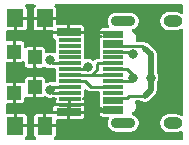
<source format=gbr>
%TF.GenerationSoftware,KiCad,Pcbnew,6.0.0-d3dd2cf0fa~116~ubuntu20.04.1*%
%TF.CreationDate,2022-01-22T11:47:10-08:00*%
%TF.ProjectId,usb-c-power-toggle,7573622d-632d-4706-9f77-65722d746f67,rev?*%
%TF.SameCoordinates,Original*%
%TF.FileFunction,Copper,L1,Top*%
%TF.FilePolarity,Positive*%
%FSLAX46Y46*%
G04 Gerber Fmt 4.6, Leading zero omitted, Abs format (unit mm)*
G04 Created by KiCad (PCBNEW 6.0.0-d3dd2cf0fa~116~ubuntu20.04.1) date 2022-01-22 11:47:10*
%MOMM*%
%LPD*%
G01*
G04 APERTURE LIST*
%TA.AperFunction,SMDPad,CuDef*%
%ADD10R,1.400000X1.500000*%
%TD*%
%TA.AperFunction,SMDPad,CuDef*%
%ADD11R,2.100000X0.650000*%
%TD*%
%TA.AperFunction,SMDPad,CuDef*%
%ADD12R,1.200000X1.200000*%
%TD*%
%TA.AperFunction,SMDPad,CuDef*%
%ADD13R,1.300000X1.500000*%
%TD*%
%TA.AperFunction,SMDPad,CuDef*%
%ADD14R,1.900000X0.350000*%
%TD*%
%TA.AperFunction,SMDPad,CuDef*%
%ADD15R,1.750000X0.300000*%
%TD*%
%TA.AperFunction,ComponentPad*%
%ADD16O,2.100000X0.900000*%
%TD*%
%TA.AperFunction,ComponentPad*%
%ADD17O,1.600000X1.000000*%
%TD*%
%TA.AperFunction,ViaPad*%
%ADD18C,0.800000*%
%TD*%
%TA.AperFunction,Conductor*%
%ADD19C,0.250000*%
%TD*%
%TA.AperFunction,Conductor*%
%ADD20C,0.500000*%
%TD*%
G04 APERTURE END LIST*
D10*
%TO.P,P1,S1,SHIELD*%
%TO.N,GND*%
X132555000Y-74950000D03*
X130055000Y-74950000D03*
D11*
X134555000Y-76100000D03*
X134555000Y-82900000D03*
D12*
X131705000Y-80750000D03*
D13*
X132555000Y-84050000D03*
D12*
X131705000Y-78250000D03*
X129955000Y-77750000D03*
X129955000Y-81250000D03*
D10*
X130055000Y-84050000D03*
D14*
%TO.P,P1,B12,GND*%
X134655000Y-81750000D03*
%TO.P,P1,B9,VBUS*%
%TO.N,/VBUS1*%
X134655000Y-81250000D03*
%TO.P,P1,B5,VCONN*%
%TO.N,/CC1*%
X134655000Y-78750000D03*
%TO.P,P1,B3*%
%TO.N,N/C*%
X134655000Y-78250000D03*
%TO.P,P1,B2*%
X134655000Y-76750000D03*
%TO.P,P1,A11*%
X134655000Y-77250000D03*
%TO.P,P1,A10*%
X134655000Y-77750000D03*
%TO.P,P1,A7,D-*%
%TO.N,/D_N*%
X134655000Y-79250000D03*
%TO.P,P1,A6,D+*%
%TO.N,/D_P*%
X134655000Y-79750000D03*
%TO.P,P1,A5,CC*%
%TO.N,/CC2*%
X134655000Y-80250000D03*
%TO.P,P1,A4,VBUS*%
%TO.N,/VBUS1*%
X134655000Y-80750000D03*
%TO.P,P1,A1,GND*%
%TO.N,GND*%
X134655000Y-82250000D03*
%TD*%
D15*
%TO.P,JP1,A12,GND*%
%TO.N,GND*%
X138350000Y-76150000D03*
%TO.P,JP1,B1,GND*%
X138350000Y-76450000D03*
%TO.P,JP1,B4,VBUS*%
%TO.N,/VBUS2*%
X138350000Y-77250000D03*
%TO.P,JP1,A9,VBUS*%
X138350000Y-76950000D03*
%TO.P,JP1,B9,VBUS*%
X138350000Y-81750000D03*
%TO.P,JP1,A4,VBUS*%
X138350000Y-82050000D03*
%TO.P,JP1,B12,GND*%
%TO.N,GND*%
X138350000Y-82550000D03*
%TO.P,JP1,A1,GND*%
X138350000Y-82850000D03*
%TO.P,JP1,A6,D1+*%
%TO.N,/D_P*%
X138350000Y-79750000D03*
%TO.P,JP1,A5,CC1*%
%TO.N,/CC2*%
X138350000Y-80750000D03*
%TO.P,JP1,B8,SBU2*%
%TO.N,unconnected-(JP1-PadB8)*%
X138350000Y-81250000D03*
%TO.P,JP1,B7,D2-*%
%TO.N,/D_N*%
X138350000Y-80250000D03*
%TO.P,JP1,B5,CC2*%
%TO.N,/CC1*%
X138350000Y-77750000D03*
%TO.P,JP1,A8,SUB1*%
%TO.N,unconnected-(JP1-PadA8)*%
X138350000Y-78250000D03*
%TO.P,JP1,B6,D2+*%
%TO.N,/D_P*%
X138350000Y-78750000D03*
%TO.P,JP1,A7,D1-*%
%TO.N,/D_N*%
X138350000Y-79250000D03*
D16*
%TO.P,JP1,S1*%
%TO.N,N/C*%
X139190000Y-75180000D03*
X139190000Y-83820000D03*
D17*
X143370000Y-75180000D03*
X143370000Y-83820000D03*
%TD*%
D18*
%TO.N,/VBUS1*%
X133000000Y-81000000D03*
%TO.N,/VBUS2*%
X141500000Y-80000000D03*
%TO.N,/CC1*%
X140000000Y-78000000D03*
X133000000Y-78500000D03*
%TO.N,/D_N*%
X136193978Y-79036831D03*
X140000000Y-80000000D03*
%TD*%
D19*
%TO.N,/VBUS1*%
X134655000Y-80750000D02*
X133250000Y-80750000D01*
X133250000Y-80750000D02*
X133000000Y-81000000D01*
X134655000Y-81250000D02*
X133250000Y-81250000D01*
X133250000Y-81250000D02*
X133000000Y-81000000D01*
D20*
%TO.N,/VBUS2*%
X141500000Y-81000000D02*
X141000000Y-81500000D01*
X141000000Y-77500000D02*
X141500000Y-78000000D01*
X141500000Y-78000000D02*
X141500000Y-81000000D01*
D19*
X138350000Y-81750000D02*
X138750000Y-81750000D01*
X139674022Y-81500000D02*
X141000000Y-81500000D01*
X138750000Y-81750000D02*
X138825489Y-81674511D01*
X139499511Y-81674511D02*
X139674022Y-81500000D01*
X138825489Y-81674511D02*
X139499511Y-81674511D01*
X141000000Y-81500000D02*
X141250000Y-81250000D01*
X138350000Y-77250000D02*
X138409521Y-77309521D01*
X138409521Y-77309521D02*
X140809521Y-77309521D01*
X140809521Y-77309521D02*
X141000000Y-77500000D01*
%TO.N,/CC1*%
X138350000Y-77750000D02*
X139750000Y-77750000D01*
X139750000Y-77750000D02*
X140000000Y-78000000D01*
X133000000Y-78500000D02*
X133250000Y-78750000D01*
X133250000Y-78750000D02*
X134655000Y-78750000D01*
%TO.N,/CC2*%
X138350000Y-80750000D02*
X136429022Y-80750000D01*
X136429022Y-80750000D02*
X135929022Y-80250000D01*
X135929022Y-80250000D02*
X134655000Y-80250000D01*
%TO.N,/D_P*%
X136918479Y-78845598D02*
X136918479Y-79336930D01*
X138350000Y-78750000D02*
X137014077Y-78750000D01*
X135882547Y-79750000D02*
X134655000Y-79750000D01*
X137014077Y-78750000D02*
X136918479Y-78845598D01*
%TO.N,/D_N*%
X135980809Y-79250000D02*
X134655000Y-79250000D01*
%TO.N,/D_P*%
X135893879Y-79761332D02*
X135882547Y-79750000D01*
X136918479Y-79336930D02*
X136494077Y-79761332D01*
X138338668Y-79761332D02*
X135893879Y-79761332D01*
X138350000Y-79750000D02*
X138338668Y-79761332D01*
X136494077Y-79761332D02*
X135893879Y-79761332D01*
%TO.N,/D_N*%
X136193978Y-79036831D02*
X135980809Y-79250000D01*
X138350000Y-80250000D02*
X139750000Y-80250000D01*
X139750000Y-80250000D02*
X140000000Y-80000000D01*
X138350000Y-79250000D02*
X139524022Y-79250000D01*
X139524022Y-79250000D02*
X140000000Y-79725978D01*
X140000000Y-79725978D02*
X140000000Y-80000000D01*
%TD*%
%TA.AperFunction,Conductor*%
%TO.N,GND*%
G36*
X131718053Y-73774002D02*
G01*
X131764546Y-73827658D01*
X131774650Y-73897932D01*
X131745156Y-73962512D01*
X131719933Y-73984766D01*
X131682191Y-74009984D01*
X131664983Y-74027192D01*
X131622632Y-74090575D01*
X131613316Y-74113066D01*
X131602207Y-74168915D01*
X131601000Y-74181170D01*
X131601000Y-74804885D01*
X131605475Y-74820124D01*
X131606865Y-74821329D01*
X131614548Y-74823000D01*
X133490884Y-74823000D01*
X133506123Y-74818525D01*
X133507328Y-74817135D01*
X133508999Y-74809452D01*
X133508999Y-74181172D01*
X133507791Y-74168912D01*
X133496685Y-74113069D01*
X133487367Y-74090573D01*
X133445017Y-74027192D01*
X133427809Y-74009984D01*
X133390067Y-73984766D01*
X133344539Y-73930289D01*
X133335690Y-73859846D01*
X133366331Y-73795801D01*
X133426733Y-73758490D01*
X133460068Y-73754000D01*
X144120000Y-73754000D01*
X144188121Y-73774002D01*
X144234614Y-73827658D01*
X144246000Y-73880000D01*
X144246000Y-74421105D01*
X144225998Y-74489226D01*
X144172342Y-74535719D01*
X144102068Y-74545823D01*
X144062701Y-74533323D01*
X143950516Y-74476038D01*
X143941304Y-74471334D01*
X143941302Y-74471333D01*
X143934788Y-74468007D01*
X143927682Y-74466268D01*
X143927679Y-74466267D01*
X143833553Y-74443235D01*
X143763892Y-74426189D01*
X143758290Y-74425841D01*
X143758287Y-74425841D01*
X143754725Y-74425620D01*
X143754716Y-74425620D01*
X143752786Y-74425500D01*
X143025947Y-74425500D01*
X142934050Y-74436214D01*
X142902518Y-74439890D01*
X142902516Y-74439890D01*
X142895246Y-74440738D01*
X142888369Y-74443234D01*
X142888366Y-74443235D01*
X142757297Y-74490811D01*
X142729866Y-74500768D01*
X142723749Y-74504778D01*
X142723746Y-74504780D01*
X142680213Y-74533322D01*
X142582732Y-74597234D01*
X142461736Y-74724960D01*
X142373368Y-74877096D01*
X142322370Y-75045480D01*
X142311476Y-75221080D01*
X142312716Y-75228296D01*
X142312716Y-75228298D01*
X142320967Y-75276317D01*
X142341271Y-75394477D01*
X142410156Y-75556368D01*
X142514437Y-75698071D01*
X142648520Y-75811982D01*
X142678307Y-75827192D01*
X142798695Y-75888666D01*
X142798700Y-75888668D01*
X142805212Y-75891993D01*
X142812318Y-75893732D01*
X142812321Y-75893733D01*
X142891330Y-75913066D01*
X142976108Y-75933811D01*
X142981710Y-75934159D01*
X142981713Y-75934159D01*
X142985275Y-75934380D01*
X142985284Y-75934380D01*
X142987214Y-75934500D01*
X143714053Y-75934500D01*
X143805950Y-75923786D01*
X143837482Y-75920110D01*
X143837484Y-75920110D01*
X143844754Y-75919262D01*
X143851631Y-75916766D01*
X143851634Y-75916765D01*
X144003255Y-75861729D01*
X144010134Y-75859232D01*
X144035976Y-75842289D01*
X144050915Y-75832495D01*
X144118851Y-75811872D01*
X144187151Y-75831252D01*
X144234132Y-75884482D01*
X144246000Y-75937867D01*
X144246000Y-83061105D01*
X144225998Y-83129226D01*
X144172342Y-83175719D01*
X144102068Y-83185823D01*
X144062701Y-83173323D01*
X143972360Y-83127192D01*
X143941304Y-83111334D01*
X143941302Y-83111333D01*
X143934788Y-83108007D01*
X143927682Y-83106268D01*
X143927679Y-83106267D01*
X143833553Y-83083235D01*
X143763892Y-83066189D01*
X143758290Y-83065841D01*
X143758287Y-83065841D01*
X143754725Y-83065620D01*
X143754716Y-83065620D01*
X143752786Y-83065500D01*
X143025947Y-83065500D01*
X142934050Y-83076214D01*
X142902518Y-83079890D01*
X142902516Y-83079890D01*
X142895246Y-83080738D01*
X142888369Y-83083234D01*
X142888366Y-83083235D01*
X142757297Y-83130811D01*
X142729866Y-83140768D01*
X142723749Y-83144778D01*
X142723746Y-83144780D01*
X142680997Y-83172808D01*
X142582732Y-83237234D01*
X142461736Y-83364960D01*
X142373368Y-83517096D01*
X142322370Y-83685480D01*
X142311476Y-83861080D01*
X142312716Y-83868296D01*
X142312716Y-83868298D01*
X142322116Y-83923000D01*
X142341271Y-84034477D01*
X142410156Y-84196368D01*
X142514437Y-84338071D01*
X142648520Y-84451982D01*
X142686258Y-84471252D01*
X142798695Y-84528666D01*
X142798700Y-84528668D01*
X142805212Y-84531993D01*
X142812318Y-84533732D01*
X142812321Y-84533733D01*
X142893710Y-84553648D01*
X142976108Y-84573811D01*
X142981710Y-84574159D01*
X142981713Y-84574159D01*
X142985275Y-84574380D01*
X142985284Y-84574380D01*
X142987214Y-84574500D01*
X143714053Y-84574500D01*
X143805950Y-84563786D01*
X143837482Y-84560110D01*
X143837484Y-84560110D01*
X143844754Y-84559262D01*
X143851631Y-84556766D01*
X143851634Y-84556765D01*
X144003255Y-84501729D01*
X144010134Y-84499232D01*
X144035976Y-84482289D01*
X144050915Y-84472495D01*
X144118851Y-84451872D01*
X144187151Y-84471252D01*
X144234132Y-84524482D01*
X144246000Y-84577867D01*
X144246000Y-85120000D01*
X144225998Y-85188121D01*
X144172342Y-85234614D01*
X144120000Y-85246000D01*
X133410068Y-85246000D01*
X133341947Y-85225998D01*
X133295454Y-85172342D01*
X133285350Y-85102068D01*
X133314844Y-85037488D01*
X133340067Y-85015234D01*
X133377809Y-84990016D01*
X133395017Y-84972808D01*
X133437368Y-84909425D01*
X133446684Y-84886934D01*
X133457793Y-84831085D01*
X133459000Y-84818830D01*
X133459000Y-84195115D01*
X133454525Y-84179876D01*
X133453135Y-84178671D01*
X133445452Y-84177000D01*
X131669116Y-84177000D01*
X131653877Y-84181475D01*
X131652672Y-84182865D01*
X131651001Y-84190548D01*
X131651001Y-84818828D01*
X131652209Y-84831088D01*
X131663315Y-84886931D01*
X131672633Y-84909427D01*
X131714983Y-84972808D01*
X131732191Y-84990016D01*
X131769933Y-85015234D01*
X131815461Y-85069711D01*
X131824310Y-85140154D01*
X131793669Y-85204199D01*
X131733267Y-85241510D01*
X131699932Y-85246000D01*
X130960068Y-85246000D01*
X130891947Y-85225998D01*
X130845454Y-85172342D01*
X130835350Y-85102068D01*
X130864844Y-85037488D01*
X130890067Y-85015234D01*
X130927809Y-84990016D01*
X130945017Y-84972808D01*
X130987368Y-84909425D01*
X130996684Y-84886934D01*
X131007793Y-84831085D01*
X131009000Y-84818830D01*
X131009000Y-84195115D01*
X131004525Y-84179876D01*
X131003135Y-84178671D01*
X130995452Y-84177000D01*
X130054000Y-84177000D01*
X129985879Y-84156998D01*
X129939386Y-84103342D01*
X129928000Y-84051000D01*
X129928000Y-83904885D01*
X130182000Y-83904885D01*
X130186475Y-83920124D01*
X130187865Y-83921329D01*
X130195548Y-83923000D01*
X130990884Y-83923000D01*
X131006123Y-83918525D01*
X131007328Y-83917135D01*
X131008999Y-83909452D01*
X131008999Y-83904885D01*
X131651000Y-83904885D01*
X131655475Y-83920124D01*
X131656865Y-83921329D01*
X131664548Y-83923000D01*
X132409885Y-83923000D01*
X132425124Y-83918525D01*
X132426329Y-83917135D01*
X132428000Y-83909452D01*
X132428000Y-83904885D01*
X132682000Y-83904885D01*
X132686475Y-83920124D01*
X132687865Y-83921329D01*
X132695548Y-83923000D01*
X133440884Y-83923000D01*
X133456123Y-83918525D01*
X133457328Y-83917135D01*
X133458999Y-83909452D01*
X133458999Y-83605000D01*
X133479001Y-83536879D01*
X133532657Y-83490386D01*
X133584999Y-83479000D01*
X134409885Y-83479000D01*
X134425124Y-83474525D01*
X134426329Y-83473135D01*
X134428000Y-83465452D01*
X134428000Y-83460884D01*
X134682000Y-83460884D01*
X134686475Y-83476123D01*
X134687865Y-83477328D01*
X134695548Y-83478999D01*
X135623828Y-83478999D01*
X135636088Y-83477791D01*
X135691931Y-83466685D01*
X135714427Y-83457367D01*
X135777808Y-83415017D01*
X135795017Y-83397808D01*
X135837368Y-83334425D01*
X135846684Y-83311934D01*
X135857793Y-83256085D01*
X135859000Y-83243830D01*
X135859000Y-83045115D01*
X135854525Y-83029876D01*
X135853135Y-83028671D01*
X135845452Y-83027000D01*
X134700115Y-83027000D01*
X134684876Y-83031475D01*
X134683671Y-83032865D01*
X134682000Y-83040548D01*
X134682000Y-83460884D01*
X134428000Y-83460884D01*
X134428000Y-83045115D01*
X134423525Y-83029876D01*
X134422135Y-83028671D01*
X134414452Y-83027000D01*
X133269116Y-83027000D01*
X133221791Y-83040896D01*
X133186293Y-83046000D01*
X132700115Y-83046000D01*
X132684876Y-83050475D01*
X132683671Y-83051865D01*
X132682000Y-83059548D01*
X132682000Y-83904885D01*
X132428000Y-83904885D01*
X132428000Y-83064116D01*
X132423525Y-83048877D01*
X132422135Y-83047672D01*
X132414452Y-83046001D01*
X131886172Y-83046001D01*
X131873912Y-83047209D01*
X131818069Y-83058315D01*
X131795573Y-83067633D01*
X131732192Y-83109983D01*
X131714983Y-83127192D01*
X131672632Y-83190575D01*
X131663316Y-83213066D01*
X131652207Y-83268915D01*
X131651000Y-83281170D01*
X131651000Y-83904885D01*
X131008999Y-83904885D01*
X131008999Y-83281172D01*
X131007791Y-83268912D01*
X130996685Y-83213069D01*
X130987367Y-83190573D01*
X130945017Y-83127192D01*
X130927808Y-83109983D01*
X130864425Y-83067632D01*
X130841934Y-83058316D01*
X130786085Y-83047207D01*
X130773830Y-83046000D01*
X130200115Y-83046000D01*
X130184876Y-83050475D01*
X130183671Y-83051865D01*
X130182000Y-83059548D01*
X130182000Y-83904885D01*
X129928000Y-83904885D01*
X129928000Y-83064116D01*
X129923525Y-83048877D01*
X129922135Y-83047672D01*
X129914452Y-83046001D01*
X129380000Y-83046001D01*
X129311879Y-83025999D01*
X129265386Y-82972343D01*
X129254000Y-82920001D01*
X129254000Y-82754885D01*
X133251000Y-82754885D01*
X133255475Y-82770124D01*
X133256865Y-82771329D01*
X133264548Y-82773000D01*
X134409885Y-82773000D01*
X134425124Y-82768525D01*
X134426329Y-82767135D01*
X134428000Y-82759452D01*
X134428000Y-82754885D01*
X134682000Y-82754885D01*
X134686475Y-82770124D01*
X134687865Y-82771329D01*
X134695548Y-82773000D01*
X135840884Y-82773000D01*
X135856123Y-82768525D01*
X135857328Y-82767135D01*
X135858999Y-82759452D01*
X135858999Y-82556176D01*
X135857791Y-82543905D01*
X135853947Y-82524579D01*
X135853947Y-82475418D01*
X135857793Y-82456083D01*
X135859000Y-82443829D01*
X135859000Y-82395115D01*
X135854525Y-82379876D01*
X135853135Y-82378671D01*
X135845452Y-82377000D01*
X134800115Y-82377000D01*
X134784876Y-82381475D01*
X134783671Y-82382865D01*
X134782000Y-82390548D01*
X134782000Y-82600634D01*
X134761998Y-82668755D01*
X134708342Y-82715248D01*
X134691499Y-82721530D01*
X134684876Y-82723475D01*
X134683671Y-82724865D01*
X134682000Y-82732548D01*
X134682000Y-82754885D01*
X134428000Y-82754885D01*
X134428000Y-82395115D01*
X134423525Y-82379876D01*
X134422135Y-82378671D01*
X134414452Y-82377000D01*
X133498993Y-82377000D01*
X133430872Y-82356998D01*
X133416478Y-82346222D01*
X133414170Y-82344222D01*
X133409455Y-82336885D01*
X133395571Y-82342635D01*
X133332192Y-82384983D01*
X133314983Y-82402192D01*
X133272632Y-82465575D01*
X133263316Y-82488066D01*
X133252207Y-82543915D01*
X133251000Y-82556170D01*
X133251000Y-82754885D01*
X129254000Y-82754885D01*
X129254000Y-82230000D01*
X129274002Y-82161879D01*
X129327658Y-82115386D01*
X129380000Y-82104000D01*
X129809885Y-82104000D01*
X129825124Y-82099525D01*
X129826329Y-82098135D01*
X129828000Y-82090452D01*
X129828000Y-82085884D01*
X130082000Y-82085884D01*
X130086475Y-82101123D01*
X130087865Y-82102328D01*
X130095548Y-82103999D01*
X130573828Y-82103999D01*
X130586088Y-82102791D01*
X130641931Y-82091685D01*
X130664427Y-82082367D01*
X130727808Y-82040017D01*
X130745017Y-82022808D01*
X130787368Y-81959425D01*
X130796684Y-81936934D01*
X130807793Y-81881085D01*
X130809000Y-81868830D01*
X130809000Y-81693432D01*
X130829002Y-81625311D01*
X130882658Y-81578818D01*
X130952932Y-81568714D01*
X130983023Y-81580244D01*
X130984110Y-81577619D01*
X131018066Y-81591684D01*
X131073915Y-81602793D01*
X131086170Y-81604000D01*
X131559885Y-81604000D01*
X131575124Y-81599525D01*
X131576329Y-81598135D01*
X131578000Y-81590452D01*
X131578000Y-81585884D01*
X131832000Y-81585884D01*
X131836475Y-81601123D01*
X131837865Y-81602328D01*
X131845548Y-81603999D01*
X132323828Y-81603999D01*
X132336088Y-81602791D01*
X132391931Y-81591685D01*
X132414426Y-81582367D01*
X132480595Y-81538155D01*
X132548348Y-81516941D01*
X132615953Y-81535488D01*
X132618076Y-81537419D01*
X132757293Y-81613008D01*
X132910522Y-81653207D01*
X132994477Y-81654526D01*
X133061319Y-81655576D01*
X133061322Y-81655576D01*
X133068916Y-81655695D01*
X133166720Y-81633295D01*
X133201311Y-81631573D01*
X133201778Y-81631713D01*
X133255635Y-81629597D01*
X133260582Y-81629500D01*
X133435675Y-81629500D01*
X133503796Y-81649502D01*
X133550289Y-81703158D01*
X133560393Y-81773432D01*
X133530899Y-81838012D01*
X133471173Y-81876396D01*
X133453877Y-81881475D01*
X133452672Y-81882865D01*
X133451001Y-81890548D01*
X133451001Y-81943824D01*
X133452209Y-81956093D01*
X133456053Y-81975419D01*
X133456053Y-82024580D01*
X133452207Y-82043915D01*
X133451000Y-82056171D01*
X133451000Y-82104885D01*
X133455475Y-82120124D01*
X133455686Y-82120307D01*
X133462895Y-82131525D01*
X133478757Y-82124282D01*
X133496685Y-82123000D01*
X134509885Y-82123000D01*
X134525124Y-82118525D01*
X134526329Y-82117135D01*
X134528000Y-82109452D01*
X134528000Y-81895115D01*
X134514558Y-81849334D01*
X134509204Y-81841005D01*
X134509200Y-81770008D01*
X134547580Y-81710280D01*
X134612160Y-81680783D01*
X134630096Y-81679500D01*
X134657099Y-81679499D01*
X134683987Y-81679499D01*
X134752106Y-81699500D01*
X134798600Y-81753155D01*
X134808705Y-81823428D01*
X134785590Y-81874043D01*
X134782000Y-81890548D01*
X134782000Y-82104885D01*
X134786475Y-82120124D01*
X134787865Y-82121329D01*
X134795548Y-82123000D01*
X135840884Y-82123000D01*
X135856123Y-82118525D01*
X135857328Y-82117135D01*
X135858999Y-82109452D01*
X135858999Y-82056176D01*
X135857791Y-82043912D01*
X135853946Y-82024577D01*
X135853947Y-81975417D01*
X135857793Y-81956082D01*
X135859000Y-81943829D01*
X135859000Y-81895115D01*
X135854525Y-81879876D01*
X135853135Y-81878671D01*
X135845452Y-81877000D01*
X135801989Y-81877000D01*
X135733868Y-81856998D01*
X135687375Y-81803342D01*
X135677271Y-81733068D01*
X135706765Y-81668488D01*
X135731984Y-81646237D01*
X135734977Y-81644237D01*
X135804982Y-81623000D01*
X135840884Y-81623000D01*
X135856123Y-81618525D01*
X135857328Y-81617135D01*
X135858999Y-81609452D01*
X135858999Y-81556176D01*
X135857791Y-81543905D01*
X135854202Y-81525861D01*
X135854202Y-81476701D01*
X135858293Y-81456135D01*
X135859500Y-81450067D01*
X135859499Y-81049934D01*
X135857907Y-81041930D01*
X135858000Y-81040897D01*
X135857685Y-81037703D01*
X135858291Y-81037643D01*
X135864234Y-80971217D01*
X135907788Y-80915149D01*
X135974740Y-80891529D01*
X136043834Y-80907855D01*
X136070581Y-80928253D01*
X136122544Y-80980216D01*
X136137686Y-80998964D01*
X136138801Y-81000189D01*
X136144451Y-81008940D01*
X136152629Y-81015387D01*
X136152631Y-81015389D01*
X136170822Y-81029729D01*
X136175263Y-81033675D01*
X136175325Y-81033602D01*
X136179289Y-81036961D01*
X136182966Y-81040638D01*
X136198714Y-81051892D01*
X136203384Y-81055398D01*
X136243669Y-81087156D01*
X136252303Y-81090188D01*
X136259756Y-81095514D01*
X136308872Y-81110203D01*
X136314514Y-81112036D01*
X136353259Y-81125642D01*
X136362873Y-81129018D01*
X136368438Y-81129500D01*
X136371146Y-81129500D01*
X136373780Y-81129614D01*
X136373878Y-81129643D01*
X136373871Y-81129807D01*
X136374575Y-81129851D01*
X136380800Y-81131713D01*
X136434657Y-81129597D01*
X136439604Y-81129500D01*
X137094500Y-81129500D01*
X137162621Y-81149502D01*
X137209114Y-81203158D01*
X137220500Y-81255499D01*
X137220501Y-81342454D01*
X137220501Y-81425066D01*
X137230516Y-81475419D01*
X137230516Y-81524579D01*
X137220500Y-81574933D01*
X137220501Y-81874929D01*
X137220500Y-81874933D01*
X137220501Y-82225066D01*
X137230771Y-82276701D01*
X137230771Y-82325861D01*
X137222207Y-82368915D01*
X137221000Y-82381170D01*
X137221000Y-82404885D01*
X137225475Y-82420124D01*
X137226865Y-82421329D01*
X137234548Y-82423000D01*
X137316563Y-82423000D01*
X137364776Y-82432589D01*
X137365381Y-82432839D01*
X137375699Y-82439734D01*
X137376086Y-82439811D01*
X137424888Y-82479135D01*
X137447312Y-82546497D01*
X137429756Y-82615289D01*
X137377796Y-82663670D01*
X137321392Y-82677000D01*
X137239115Y-82677000D01*
X137223876Y-82681475D01*
X137222671Y-82682865D01*
X137221000Y-82690548D01*
X137221000Y-82704885D01*
X137225475Y-82720124D01*
X137226865Y-82721329D01*
X137234548Y-82723000D01*
X138204885Y-82723000D01*
X138220124Y-82718525D01*
X138221329Y-82717135D01*
X138223000Y-82709452D01*
X138223000Y-82695115D01*
X138218525Y-82679876D01*
X138213733Y-82675723D01*
X138175350Y-82615997D01*
X138175350Y-82545000D01*
X138213734Y-82485274D01*
X138278315Y-82455781D01*
X138296239Y-82454499D01*
X138351002Y-82454499D01*
X138419121Y-82474501D01*
X138465614Y-82528157D01*
X138477000Y-82580499D01*
X138477000Y-82868000D01*
X138456998Y-82936121D01*
X138403342Y-82982614D01*
X138351000Y-82994000D01*
X138281821Y-82994000D01*
X138248819Y-82984310D01*
X138248559Y-82985507D01*
X138209452Y-82977000D01*
X137239116Y-82977000D01*
X137223877Y-82981475D01*
X137222672Y-82982865D01*
X137221001Y-82990548D01*
X137221001Y-83018828D01*
X137222209Y-83031088D01*
X137233315Y-83086931D01*
X137242633Y-83109427D01*
X137284983Y-83172808D01*
X137302192Y-83190017D01*
X137365575Y-83232368D01*
X137388066Y-83241684D01*
X137443915Y-83252793D01*
X137456170Y-83254000D01*
X137883201Y-83254000D01*
X137951322Y-83274002D01*
X137997815Y-83327658D01*
X138007919Y-83397932D01*
X137994557Y-83438955D01*
X137927462Y-83565676D01*
X137925612Y-83573041D01*
X137917585Y-83605000D01*
X137885922Y-83731054D01*
X137885882Y-83738653D01*
X137885882Y-83738655D01*
X137885511Y-83809571D01*
X137885029Y-83901568D01*
X137924835Y-84067373D01*
X138003042Y-84218896D01*
X138115135Y-84347391D01*
X138254643Y-84445438D01*
X138320853Y-84471252D01*
X138406431Y-84504618D01*
X138406434Y-84504619D01*
X138413511Y-84507378D01*
X138421044Y-84508370D01*
X138421045Y-84508370D01*
X138539477Y-84523962D01*
X138539478Y-84523962D01*
X138543564Y-84524500D01*
X139832756Y-84524500D01*
X139959281Y-84509189D01*
X140118789Y-84448916D01*
X140130206Y-84441069D01*
X140253057Y-84356636D01*
X140253058Y-84356635D01*
X140259316Y-84352334D01*
X140297837Y-84309099D01*
X140367695Y-84230693D01*
X140367697Y-84230690D01*
X140372748Y-84225021D01*
X140387919Y-84196368D01*
X140448984Y-84081037D01*
X140448985Y-84081035D01*
X140452538Y-84074324D01*
X140454388Y-84066959D01*
X140492227Y-83916317D01*
X140492227Y-83916313D01*
X140494078Y-83908946D01*
X140494157Y-83893974D01*
X140494931Y-83746026D01*
X140494971Y-83738432D01*
X140491430Y-83723683D01*
X140456937Y-83580006D01*
X140456936Y-83580002D01*
X140455165Y-83572627D01*
X140376958Y-83421104D01*
X140333504Y-83371291D01*
X140269861Y-83298336D01*
X140264865Y-83292609D01*
X140125357Y-83194562D01*
X139972601Y-83135005D01*
X139916400Y-83091624D01*
X139892573Y-83024745D01*
X139908686Y-82955601D01*
X139959624Y-82906145D01*
X139970151Y-82901204D01*
X139974618Y-82899354D01*
X139974622Y-82899352D01*
X139982250Y-82896192D01*
X140103304Y-82803304D01*
X140196192Y-82682250D01*
X140254584Y-82541280D01*
X140274500Y-82390000D01*
X140254584Y-82238720D01*
X140196192Y-82097750D01*
X140191164Y-82091197D01*
X140191162Y-82091194D01*
X140184264Y-82082204D01*
X140158663Y-82015984D01*
X140172927Y-81946435D01*
X140222528Y-81895639D01*
X140284226Y-81879500D01*
X140616656Y-81879500D01*
X140684777Y-81899502D01*
X140686930Y-81901007D01*
X140691844Y-81905982D01*
X140699690Y-81910340D01*
X140810325Y-81971793D01*
X140810327Y-81971794D01*
X140818175Y-81976153D01*
X140874142Y-81988817D01*
X140950368Y-82006065D01*
X140950370Y-82006065D01*
X140959124Y-82008046D01*
X141012103Y-82004759D01*
X141094401Y-81999654D01*
X141094403Y-81999654D01*
X141103359Y-81999098D01*
X141239284Y-81950028D01*
X141246529Y-81944735D01*
X141246533Y-81944733D01*
X141325010Y-81887401D01*
X141328944Y-81884527D01*
X141806794Y-81406677D01*
X141816234Y-81399135D01*
X141815911Y-81398755D01*
X141822747Y-81392937D01*
X141830339Y-81388147D01*
X141865672Y-81348140D01*
X141871017Y-81342454D01*
X141882351Y-81331120D01*
X141885038Y-81327534D01*
X141885043Y-81327529D01*
X141888557Y-81322841D01*
X141894938Y-81315003D01*
X141920058Y-81286559D01*
X141926001Y-81279830D01*
X141929816Y-81271705D01*
X141931669Y-81268884D01*
X141940077Y-81254888D01*
X141941686Y-81251950D01*
X141947071Y-81244764D01*
X141963544Y-81200822D01*
X141967471Y-81191501D01*
X141983602Y-81157144D01*
X141983602Y-81157143D01*
X141987417Y-81149018D01*
X141988798Y-81140147D01*
X141989783Y-81136925D01*
X141993923Y-81121142D01*
X141994645Y-81117858D01*
X141997798Y-81109448D01*
X142001276Y-81062643D01*
X142002430Y-81052595D01*
X142002845Y-81049934D01*
X142004500Y-81039303D01*
X142004500Y-81023934D01*
X142004847Y-81014596D01*
X142007843Y-80974284D01*
X142007843Y-80974283D01*
X142008508Y-80965333D01*
X142006635Y-80956558D01*
X142006043Y-80947874D01*
X142004500Y-80933258D01*
X142004500Y-80460144D01*
X142028176Y-80386620D01*
X142077755Y-80317624D01*
X142136842Y-80170641D01*
X142154885Y-80043863D01*
X142158581Y-80017891D01*
X142158581Y-80017888D01*
X142159162Y-80013807D01*
X142159307Y-80000000D01*
X142140276Y-79842733D01*
X142084280Y-79694546D01*
X142026660Y-79610708D01*
X142004500Y-79539341D01*
X142004500Y-78070625D01*
X142005841Y-78058620D01*
X142005345Y-78058580D01*
X142006065Y-78049633D01*
X142008046Y-78040877D01*
X142004742Y-77987619D01*
X142004500Y-77979817D01*
X142004500Y-77963774D01*
X142003406Y-77956132D01*
X142003034Y-77953536D01*
X142002004Y-77943481D01*
X141999654Y-77905601D01*
X141999654Y-77905599D01*
X141999098Y-77896642D01*
X141996051Y-77888201D01*
X141995372Y-77884923D01*
X141991416Y-77869055D01*
X141990473Y-77865831D01*
X141989201Y-77856948D01*
X141985487Y-77848779D01*
X141985485Y-77848773D01*
X141969775Y-77814221D01*
X141965961Y-77804852D01*
X141953077Y-77769163D01*
X141950028Y-77760716D01*
X141944731Y-77753466D01*
X141943154Y-77750499D01*
X141934907Y-77736386D01*
X141933102Y-77733563D01*
X141929388Y-77725395D01*
X141898753Y-77689842D01*
X141892475Y-77681936D01*
X141884527Y-77671056D01*
X141873665Y-77660194D01*
X141867307Y-77653347D01*
X141840915Y-77622718D01*
X141835056Y-77615918D01*
X141827521Y-77611034D01*
X141820949Y-77605301D01*
X141809545Y-77596074D01*
X141331120Y-77117649D01*
X141327534Y-77114962D01*
X141327530Y-77114958D01*
X141251947Y-77058313D01*
X141251946Y-77058312D01*
X141244764Y-77052930D01*
X141236363Y-77049780D01*
X141236360Y-77049779D01*
X141117849Y-77005351D01*
X141117846Y-77005350D01*
X141109448Y-77002202D01*
X141100503Y-77001537D01*
X141100502Y-77001537D01*
X141062956Y-76998747D01*
X141011595Y-76983509D01*
X141003056Y-76978815D01*
X140994874Y-76972365D01*
X140986240Y-76969333D01*
X140978787Y-76964007D01*
X140929671Y-76949318D01*
X140924029Y-76947485D01*
X140883154Y-76933131D01*
X140883153Y-76933131D01*
X140875670Y-76930503D01*
X140870105Y-76930021D01*
X140867397Y-76930021D01*
X140864763Y-76929907D01*
X140864665Y-76929878D01*
X140864672Y-76929714D01*
X140863968Y-76929670D01*
X140857743Y-76927808D01*
X140803886Y-76929924D01*
X140798939Y-76930021D01*
X140372461Y-76930021D01*
X140304340Y-76910019D01*
X140257847Y-76856363D01*
X140247743Y-76786089D01*
X140250754Y-76771413D01*
X140251426Y-76768903D01*
X140254584Y-76761280D01*
X140274500Y-76610000D01*
X140254584Y-76458720D01*
X140248416Y-76443828D01*
X140226747Y-76391516D01*
X140196192Y-76317750D01*
X140103304Y-76196696D01*
X139982250Y-76103808D01*
X139969100Y-76098361D01*
X139913820Y-76053811D01*
X139891401Y-75986448D01*
X139908961Y-75917657D01*
X139960924Y-75869279D01*
X139972783Y-75864087D01*
X140111686Y-75811600D01*
X140118789Y-75808916D01*
X140178856Y-75767633D01*
X140253057Y-75716636D01*
X140253058Y-75716635D01*
X140259316Y-75712334D01*
X140277280Y-75692172D01*
X140367695Y-75590693D01*
X140367697Y-75590690D01*
X140372748Y-75585021D01*
X140395192Y-75542632D01*
X140448984Y-75441037D01*
X140448985Y-75441035D01*
X140452538Y-75434324D01*
X140454388Y-75426959D01*
X140492227Y-75276317D01*
X140492227Y-75276313D01*
X140494078Y-75268946D01*
X140494157Y-75253974D01*
X140494931Y-75106026D01*
X140494971Y-75098432D01*
X140489826Y-75077000D01*
X140456937Y-74940006D01*
X140456936Y-74940002D01*
X140455165Y-74932627D01*
X140376958Y-74781104D01*
X140333504Y-74731291D01*
X140269861Y-74658336D01*
X140264865Y-74652609D01*
X140125357Y-74554562D01*
X139997673Y-74504780D01*
X139973569Y-74495382D01*
X139973566Y-74495381D01*
X139966489Y-74492622D01*
X139958956Y-74491630D01*
X139958955Y-74491630D01*
X139840523Y-74476038D01*
X139840522Y-74476038D01*
X139836436Y-74475500D01*
X138547244Y-74475500D01*
X138420719Y-74490811D01*
X138261211Y-74551084D01*
X138254953Y-74555385D01*
X138186334Y-74602546D01*
X138120684Y-74647666D01*
X138115632Y-74653336D01*
X138115631Y-74653337D01*
X138012305Y-74769307D01*
X138012303Y-74769310D01*
X138007252Y-74774979D01*
X138003697Y-74781692D01*
X138003697Y-74781693D01*
X137956533Y-74870771D01*
X137927462Y-74925676D01*
X137925612Y-74933041D01*
X137887979Y-75082865D01*
X137885922Y-75091054D01*
X137885882Y-75098653D01*
X137885882Y-75098655D01*
X137885511Y-75169571D01*
X137885029Y-75261568D01*
X137924835Y-75427373D01*
X137928316Y-75434117D01*
X137994430Y-75562211D01*
X138007899Y-75631918D01*
X137981544Y-75697842D01*
X137923731Y-75739051D01*
X137882464Y-75746001D01*
X137456172Y-75746001D01*
X137443912Y-75747209D01*
X137388069Y-75758315D01*
X137365573Y-75767633D01*
X137302192Y-75809983D01*
X137284983Y-75827192D01*
X137242632Y-75890575D01*
X137233316Y-75913066D01*
X137222207Y-75968915D01*
X137221000Y-75981170D01*
X137221000Y-76004885D01*
X137225475Y-76020124D01*
X137226865Y-76021329D01*
X137234548Y-76023000D01*
X138204885Y-76023000D01*
X138245399Y-76011104D01*
X138280897Y-76006000D01*
X138351000Y-76006000D01*
X138419121Y-76026002D01*
X138465614Y-76079658D01*
X138477000Y-76132000D01*
X138477000Y-76419500D01*
X138456998Y-76487621D01*
X138403342Y-76534114D01*
X138351000Y-76545500D01*
X138299351Y-76545500D01*
X138231230Y-76525498D01*
X138184737Y-76471842D01*
X138174633Y-76401568D01*
X138204126Y-76336988D01*
X138221329Y-76317135D01*
X138223000Y-76309452D01*
X138223000Y-76295115D01*
X138218525Y-76279876D01*
X138217135Y-76278671D01*
X138209452Y-76277000D01*
X137239115Y-76277000D01*
X137223876Y-76281475D01*
X137222671Y-76282865D01*
X137221000Y-76290548D01*
X137221000Y-76304885D01*
X137225475Y-76320124D01*
X137226865Y-76321329D01*
X137234548Y-76323000D01*
X137321392Y-76323000D01*
X137389513Y-76343002D01*
X137436006Y-76396658D01*
X137446110Y-76466932D01*
X137416616Y-76531512D01*
X137377141Y-76559979D01*
X137375699Y-76560266D01*
X137365380Y-76567161D01*
X137364786Y-76567407D01*
X137316564Y-76577000D01*
X137239116Y-76577000D01*
X137223877Y-76581475D01*
X137222672Y-76582865D01*
X137221001Y-76590548D01*
X137221001Y-76618828D01*
X137222208Y-76631085D01*
X137230771Y-76674136D01*
X137230771Y-76723297D01*
X137220500Y-76774933D01*
X137220500Y-76781120D01*
X137220501Y-76928217D01*
X137220501Y-77074929D01*
X137220500Y-77074933D01*
X137220501Y-77425066D01*
X137227446Y-77459983D01*
X137230516Y-77475419D01*
X137230516Y-77524577D01*
X137220500Y-77574933D01*
X137220501Y-77925066D01*
X137228200Y-77963774D01*
X137230516Y-77975419D01*
X137230516Y-78024577D01*
X137220500Y-78074933D01*
X137220501Y-78208971D01*
X137220501Y-78244499D01*
X137200499Y-78312620D01*
X137146844Y-78359113D01*
X137094501Y-78370500D01*
X137067997Y-78370500D01*
X137044049Y-78367951D01*
X137042384Y-78367872D01*
X137032201Y-78365680D01*
X137021860Y-78366904D01*
X136998854Y-78369627D01*
X136992923Y-78369977D01*
X136992931Y-78370072D01*
X136987753Y-78370500D01*
X136982553Y-78370500D01*
X136977424Y-78371354D01*
X136977421Y-78371354D01*
X136963512Y-78373669D01*
X136957634Y-78374506D01*
X136917076Y-78379306D01*
X136917075Y-78379306D01*
X136906736Y-78380530D01*
X136898484Y-78384493D01*
X136889451Y-78385996D01*
X136880282Y-78390943D01*
X136880280Y-78390944D01*
X136844345Y-78410334D01*
X136839052Y-78413031D01*
X136799995Y-78431785D01*
X136799991Y-78431788D01*
X136792845Y-78435219D01*
X136788569Y-78438814D01*
X136786646Y-78440737D01*
X136784714Y-78442509D01*
X136784635Y-78442552D01*
X136784522Y-78442428D01*
X136783982Y-78442904D01*
X136778263Y-78445990D01*
X136771194Y-78453637D01*
X136771193Y-78453638D01*
X136742854Y-78484294D01*
X136681926Y-78520739D01*
X136610966Y-78518458D01*
X136578421Y-78502231D01*
X136575929Y-78500499D01*
X136570253Y-78495442D01*
X136430252Y-78421315D01*
X136276611Y-78382723D01*
X136269012Y-78382683D01*
X136269011Y-78382683D01*
X136203159Y-78382338D01*
X136118199Y-78381893D01*
X136110817Y-78383665D01*
X136110811Y-78383666D01*
X136014915Y-78406689D01*
X135944007Y-78403143D01*
X135886273Y-78361824D01*
X135860042Y-78295850D01*
X135859500Y-78284172D01*
X135859499Y-78056127D01*
X135859499Y-78049934D01*
X135854456Y-78024577D01*
X135854457Y-77975419D01*
X135859500Y-77950067D01*
X135859499Y-77549934D01*
X135854456Y-77524577D01*
X135854457Y-77475419D01*
X135859500Y-77450067D01*
X135859499Y-77049934D01*
X135854456Y-77024577D01*
X135854457Y-76975420D01*
X135859500Y-76950067D01*
X135859499Y-76549934D01*
X135858292Y-76543866D01*
X135858291Y-76543855D01*
X135854202Y-76523298D01*
X135854202Y-76474138D01*
X135857793Y-76456085D01*
X135859000Y-76443829D01*
X135859000Y-76245115D01*
X135854525Y-76229876D01*
X135853135Y-76228671D01*
X135845452Y-76227000D01*
X133269116Y-76227000D01*
X133253877Y-76231475D01*
X133252672Y-76232865D01*
X133251001Y-76240548D01*
X133251001Y-76443828D01*
X133252209Y-76456088D01*
X133263315Y-76511931D01*
X133272633Y-76534427D01*
X133314983Y-76597808D01*
X133332192Y-76615017D01*
X133394502Y-76656651D01*
X133440030Y-76711128D01*
X133450500Y-76761415D01*
X133450501Y-76856363D01*
X133450501Y-76950066D01*
X133451708Y-76956135D01*
X133451709Y-76956145D01*
X133455543Y-76975420D01*
X133455543Y-77024579D01*
X133451708Y-77043862D01*
X133450500Y-77049933D01*
X133450501Y-77450066D01*
X133451708Y-77456135D01*
X133451709Y-77456145D01*
X133455543Y-77475420D01*
X133455543Y-77524579D01*
X133451708Y-77543862D01*
X133450500Y-77549933D01*
X133450501Y-77744112D01*
X133450501Y-77788625D01*
X133430499Y-77856746D01*
X133376844Y-77903239D01*
X133306570Y-77913344D01*
X133265544Y-77899981D01*
X133242990Y-77888040D01*
X133236274Y-77884484D01*
X133082633Y-77845892D01*
X133075034Y-77845852D01*
X133075033Y-77845852D01*
X133009181Y-77845507D01*
X132924221Y-77845062D01*
X132916841Y-77846834D01*
X132916839Y-77846834D01*
X132777563Y-77880271D01*
X132777560Y-77880272D01*
X132770184Y-77882043D01*
X132763440Y-77885524D01*
X132763437Y-77885525D01*
X132742790Y-77896182D01*
X132673083Y-77909652D01*
X132607159Y-77883298D01*
X132565949Y-77825486D01*
X132558999Y-77784217D01*
X132558999Y-77631172D01*
X132557791Y-77618912D01*
X132546685Y-77563069D01*
X132537367Y-77540573D01*
X132495017Y-77477192D01*
X132477808Y-77459983D01*
X132414425Y-77417632D01*
X132391934Y-77408316D01*
X132336085Y-77397207D01*
X132323830Y-77396000D01*
X131850115Y-77396000D01*
X131834876Y-77400475D01*
X131833671Y-77401865D01*
X131832000Y-77409548D01*
X131832000Y-79085884D01*
X131836475Y-79101123D01*
X131837865Y-79102328D01*
X131845548Y-79103999D01*
X132323828Y-79103999D01*
X132336088Y-79102791D01*
X132391931Y-79091685D01*
X132414426Y-79082367D01*
X132480595Y-79038155D01*
X132548348Y-79016941D01*
X132615953Y-79035488D01*
X132618076Y-79037419D01*
X132757293Y-79113008D01*
X132910522Y-79153207D01*
X132994477Y-79154526D01*
X133061319Y-79155576D01*
X133061322Y-79155576D01*
X133068916Y-79155695D01*
X133166720Y-79133295D01*
X133201311Y-79131573D01*
X133201778Y-79131713D01*
X133255635Y-79129597D01*
X133260582Y-79129500D01*
X133324500Y-79129500D01*
X133392621Y-79149502D01*
X133439114Y-79203158D01*
X133450500Y-79255499D01*
X133450501Y-79370706D01*
X133450501Y-79450066D01*
X133451708Y-79456135D01*
X133451709Y-79456145D01*
X133455543Y-79475420D01*
X133455543Y-79524579D01*
X133450500Y-79549933D01*
X133450501Y-79950066D01*
X133451708Y-79956135D01*
X133451709Y-79956145D01*
X133455543Y-79975420D01*
X133455543Y-80024579D01*
X133452362Y-80040573D01*
X133450500Y-80049933D01*
X133450501Y-80181184D01*
X133450501Y-80244499D01*
X133430499Y-80312620D01*
X133376844Y-80359113D01*
X133324501Y-80370500D01*
X133303920Y-80370500D01*
X133279973Y-80367951D01*
X133278307Y-80367872D01*
X133268124Y-80365680D01*
X133257782Y-80366904D01*
X133257779Y-80366904D01*
X133234787Y-80369626D01*
X133228845Y-80369977D01*
X133228853Y-80370072D01*
X133223674Y-80370500D01*
X133218476Y-80370500D01*
X133213352Y-80371353D01*
X133212081Y-80371458D01*
X133171009Y-80368090D01*
X133090004Y-80347743D01*
X133090000Y-80347743D01*
X133082633Y-80345892D01*
X133075033Y-80345852D01*
X133075032Y-80345852D01*
X133010232Y-80345513D01*
X132924221Y-80345062D01*
X132916841Y-80346834D01*
X132916839Y-80346834D01*
X132777563Y-80380271D01*
X132777560Y-80380272D01*
X132770184Y-80382043D01*
X132763440Y-80385524D01*
X132763437Y-80385525D01*
X132742790Y-80396182D01*
X132673083Y-80409652D01*
X132607159Y-80383298D01*
X132565949Y-80325486D01*
X132558999Y-80284217D01*
X132558999Y-80131172D01*
X132557791Y-80118912D01*
X132546685Y-80063069D01*
X132537367Y-80040573D01*
X132495017Y-79977192D01*
X132477808Y-79959983D01*
X132414425Y-79917632D01*
X132391934Y-79908316D01*
X132336085Y-79897207D01*
X132323830Y-79896000D01*
X131850115Y-79896000D01*
X131834876Y-79900475D01*
X131833671Y-79901865D01*
X131832000Y-79909548D01*
X131832000Y-81585884D01*
X131578000Y-81585884D01*
X131578000Y-79914116D01*
X131573525Y-79898877D01*
X131572135Y-79897672D01*
X131564452Y-79896001D01*
X131086172Y-79896001D01*
X131073912Y-79897209D01*
X131018069Y-79908315D01*
X130995573Y-79917633D01*
X130932192Y-79959983D01*
X130914983Y-79977192D01*
X130872632Y-80040575D01*
X130863316Y-80063066D01*
X130852207Y-80118915D01*
X130851000Y-80131170D01*
X130851000Y-80306568D01*
X130830998Y-80374689D01*
X130777342Y-80421182D01*
X130707068Y-80431286D01*
X130676977Y-80419756D01*
X130675890Y-80422381D01*
X130641934Y-80408316D01*
X130586085Y-80397207D01*
X130573830Y-80396000D01*
X130100115Y-80396000D01*
X130084876Y-80400475D01*
X130083671Y-80401865D01*
X130082000Y-80409548D01*
X130082000Y-82085884D01*
X129828000Y-82085884D01*
X129828000Y-80414116D01*
X129823525Y-80398877D01*
X129822135Y-80397672D01*
X129814452Y-80396001D01*
X129380000Y-80396001D01*
X129311879Y-80375999D01*
X129265386Y-80322343D01*
X129254000Y-80270001D01*
X129254000Y-78730000D01*
X129274002Y-78661879D01*
X129327658Y-78615386D01*
X129380000Y-78604000D01*
X129809885Y-78604000D01*
X129825124Y-78599525D01*
X129826329Y-78598135D01*
X129828000Y-78590452D01*
X129828000Y-78585884D01*
X130082000Y-78585884D01*
X130086475Y-78601123D01*
X130087865Y-78602328D01*
X130095548Y-78603999D01*
X130573828Y-78603999D01*
X130586088Y-78602791D01*
X130641931Y-78591685D01*
X130675892Y-78577618D01*
X130677545Y-78581609D01*
X130722721Y-78567452D01*
X130791193Y-78586218D01*
X130838649Y-78639023D01*
X130851001Y-78693431D01*
X130851001Y-78868828D01*
X130852209Y-78881088D01*
X130863315Y-78936931D01*
X130872633Y-78959427D01*
X130914983Y-79022808D01*
X130932192Y-79040017D01*
X130995575Y-79082368D01*
X131018066Y-79091684D01*
X131073915Y-79102793D01*
X131086170Y-79104000D01*
X131559885Y-79104000D01*
X131575124Y-79099525D01*
X131576329Y-79098135D01*
X131578000Y-79090452D01*
X131578000Y-77414116D01*
X131573525Y-77398877D01*
X131572135Y-77397672D01*
X131564452Y-77396001D01*
X131086172Y-77396001D01*
X131073912Y-77397209D01*
X131018069Y-77408315D01*
X130984108Y-77422382D01*
X130982455Y-77418391D01*
X130937279Y-77432548D01*
X130868807Y-77413782D01*
X130821351Y-77360977D01*
X130808999Y-77306569D01*
X130808999Y-77131172D01*
X130807791Y-77118912D01*
X130796685Y-77063069D01*
X130787367Y-77040573D01*
X130745017Y-76977192D01*
X130727808Y-76959983D01*
X130664425Y-76917632D01*
X130641934Y-76908316D01*
X130586085Y-76897207D01*
X130573830Y-76896000D01*
X130100115Y-76896000D01*
X130084876Y-76900475D01*
X130083671Y-76901865D01*
X130082000Y-76909548D01*
X130082000Y-78585884D01*
X129828000Y-78585884D01*
X129828000Y-76914116D01*
X129823525Y-76898877D01*
X129822135Y-76897672D01*
X129814452Y-76896001D01*
X129380000Y-76896001D01*
X129311879Y-76875999D01*
X129265386Y-76822343D01*
X129254000Y-76770001D01*
X129254000Y-76080000D01*
X129274002Y-76011879D01*
X129327658Y-75965386D01*
X129380000Y-75954000D01*
X129909885Y-75954000D01*
X129925124Y-75949525D01*
X129926329Y-75948135D01*
X129928000Y-75940452D01*
X129928000Y-75935884D01*
X130182000Y-75935884D01*
X130186475Y-75951123D01*
X130187865Y-75952328D01*
X130195548Y-75953999D01*
X130773828Y-75953999D01*
X130786088Y-75952791D01*
X130841931Y-75941685D01*
X130864427Y-75932367D01*
X130927808Y-75890017D01*
X130945017Y-75872808D01*
X130987368Y-75809425D01*
X130996684Y-75786934D01*
X131007793Y-75731085D01*
X131009000Y-75718830D01*
X131009000Y-75718828D01*
X131601001Y-75718828D01*
X131602209Y-75731088D01*
X131613315Y-75786931D01*
X131622633Y-75809427D01*
X131664983Y-75872808D01*
X131682192Y-75890017D01*
X131745575Y-75932368D01*
X131768066Y-75941684D01*
X131823915Y-75952793D01*
X131836170Y-75954000D01*
X132409885Y-75954000D01*
X132425124Y-75949525D01*
X132426329Y-75948135D01*
X132428000Y-75940452D01*
X132428000Y-75935884D01*
X132682000Y-75935884D01*
X132686475Y-75951123D01*
X132687865Y-75952328D01*
X132695548Y-75953999D01*
X133189870Y-75953999D01*
X133226091Y-75964634D01*
X133264548Y-75973000D01*
X134409885Y-75973000D01*
X134425124Y-75968525D01*
X134426329Y-75967135D01*
X134428000Y-75959452D01*
X134428000Y-75954885D01*
X134682000Y-75954885D01*
X134686475Y-75970124D01*
X134687865Y-75971329D01*
X134695548Y-75973000D01*
X135840884Y-75973000D01*
X135856123Y-75968525D01*
X135857328Y-75967135D01*
X135858999Y-75959452D01*
X135858999Y-75756172D01*
X135857791Y-75743912D01*
X135846685Y-75688069D01*
X135837367Y-75665573D01*
X135795017Y-75602192D01*
X135777808Y-75584983D01*
X135714425Y-75542632D01*
X135691934Y-75533316D01*
X135636085Y-75522207D01*
X135623830Y-75521000D01*
X134700115Y-75521000D01*
X134684876Y-75525475D01*
X134683671Y-75526865D01*
X134682000Y-75534548D01*
X134682000Y-75954885D01*
X134428000Y-75954885D01*
X134428000Y-75539116D01*
X134423525Y-75523877D01*
X134422135Y-75522672D01*
X134414452Y-75521001D01*
X133635000Y-75521001D01*
X133566879Y-75500999D01*
X133520386Y-75447343D01*
X133509000Y-75395001D01*
X133509000Y-75095115D01*
X133504525Y-75079876D01*
X133503135Y-75078671D01*
X133495452Y-75077000D01*
X132700115Y-75077000D01*
X132684876Y-75081475D01*
X132683671Y-75082865D01*
X132682000Y-75090548D01*
X132682000Y-75935884D01*
X132428000Y-75935884D01*
X132428000Y-75095115D01*
X132423525Y-75079876D01*
X132422135Y-75078671D01*
X132414452Y-75077000D01*
X131619116Y-75077000D01*
X131603877Y-75081475D01*
X131602672Y-75082865D01*
X131601001Y-75090548D01*
X131601001Y-75718828D01*
X131009000Y-75718828D01*
X131009000Y-75095115D01*
X131004525Y-75079876D01*
X131003135Y-75078671D01*
X130995452Y-75077000D01*
X130200115Y-75077000D01*
X130184876Y-75081475D01*
X130183671Y-75082865D01*
X130182000Y-75090548D01*
X130182000Y-75935884D01*
X129928000Y-75935884D01*
X129928000Y-74949000D01*
X129948002Y-74880879D01*
X130001658Y-74834386D01*
X130054000Y-74823000D01*
X130990884Y-74823000D01*
X131006123Y-74818525D01*
X131007328Y-74817135D01*
X131008999Y-74809452D01*
X131008999Y-74181172D01*
X131007791Y-74168912D01*
X130996685Y-74113069D01*
X130987367Y-74090573D01*
X130945017Y-74027192D01*
X130927809Y-74009984D01*
X130890067Y-73984766D01*
X130844539Y-73930289D01*
X130835690Y-73859846D01*
X130866331Y-73795801D01*
X130926733Y-73758490D01*
X130960068Y-73754000D01*
X131649932Y-73754000D01*
X131718053Y-73774002D01*
G37*
%TD.AperFunction*%
%TD*%
M02*

</source>
